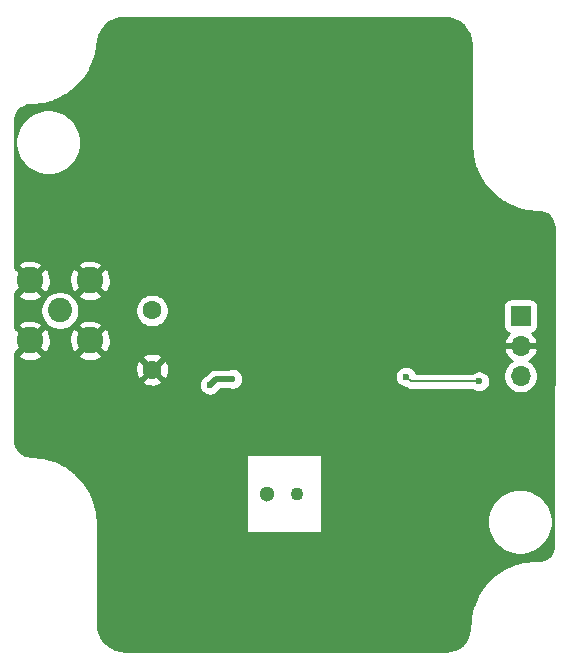
<source format=gbr>
G04 #@! TF.GenerationSoftware,KiCad,Pcbnew,5.1.6*
G04 #@! TF.CreationDate,2020-09-30T00:16:54+02:00*
G04 #@! TF.ProjectId,SFH203_photodetector,53464832-3033-45f7-9068-6f746f646574,1.4*
G04 #@! TF.SameCoordinates,Original*
G04 #@! TF.FileFunction,Copper,L2,Bot*
G04 #@! TF.FilePolarity,Positive*
%FSLAX46Y46*%
G04 Gerber Fmt 4.6, Leading zero omitted, Abs format (unit mm)*
G04 Created by KiCad (PCBNEW 5.1.6) date 2020-09-30 00:16:54*
%MOMM*%
%LPD*%
G01*
G04 APERTURE LIST*
G04 #@! TA.AperFunction,ComponentPad*
%ADD10C,1.300000*%
G04 #@! TD*
G04 #@! TA.AperFunction,ComponentPad*
%ADD11C,1.100000*%
G04 #@! TD*
G04 #@! TA.AperFunction,ComponentPad*
%ADD12C,1.600000*%
G04 #@! TD*
G04 #@! TA.AperFunction,ComponentPad*
%ADD13R,1.700000X1.700000*%
G04 #@! TD*
G04 #@! TA.AperFunction,ComponentPad*
%ADD14O,1.700000X1.700000*%
G04 #@! TD*
G04 #@! TA.AperFunction,ComponentPad*
%ADD15C,2.050000*%
G04 #@! TD*
G04 #@! TA.AperFunction,ComponentPad*
%ADD16C,2.250000*%
G04 #@! TD*
G04 #@! TA.AperFunction,ViaPad*
%ADD17C,0.600000*%
G04 #@! TD*
G04 #@! TA.AperFunction,Conductor*
%ADD18C,0.500000*%
G04 #@! TD*
G04 #@! TA.AperFunction,Conductor*
%ADD19C,0.200000*%
G04 #@! TD*
G04 #@! TA.AperFunction,Conductor*
%ADD20C,0.254000*%
G04 #@! TD*
G04 APERTURE END LIST*
D10*
X129790000Y-79250000D03*
D11*
X132350000Y-79250000D03*
D12*
X120050000Y-63750000D03*
X120050000Y-68750000D03*
D13*
X151250000Y-64210000D03*
D14*
X151250000Y-66750000D03*
X151250000Y-69290000D03*
D15*
X112250000Y-63750000D03*
D16*
X114790000Y-66290000D03*
X114790000Y-61210000D03*
X109710000Y-61210000D03*
X109710000Y-66290000D03*
D17*
X144050000Y-66350000D03*
X141550000Y-59150000D03*
X144550000Y-59150000D03*
X142650000Y-74450000D03*
X148150000Y-74550000D03*
X124050000Y-72650000D03*
X134915000Y-72515000D03*
X136850000Y-69950000D03*
X123350000Y-65450000D03*
X126850000Y-69550000D03*
X124950000Y-70050000D03*
X147750000Y-69750000D03*
X141550000Y-69349982D03*
D18*
X125450000Y-69550000D02*
X124950000Y-70050000D01*
X126850000Y-69550000D02*
X125450000Y-69550000D01*
D19*
X147750000Y-69750000D02*
X141950018Y-69750000D01*
X141950018Y-69750000D02*
X141550000Y-69349982D01*
D20*
G36*
X145195701Y-38999069D02*
G01*
X145624415Y-39128505D01*
X146019831Y-39338751D01*
X146366878Y-39621796D01*
X146652337Y-39966857D01*
X146865338Y-40360794D01*
X146997767Y-40788601D01*
X147048000Y-41266536D01*
X147048001Y-49734480D01*
X147050519Y-49760043D01*
X147103523Y-50481828D01*
X147106201Y-50498183D01*
X147106722Y-50514751D01*
X147121034Y-50594294D01*
X147328554Y-51458676D01*
X147335599Y-51479609D01*
X147340191Y-51501214D01*
X147368363Y-51576965D01*
X147725672Y-52390935D01*
X147736310Y-52410284D01*
X147744657Y-52430740D01*
X147785798Y-52500305D01*
X148281601Y-53238139D01*
X148295501Y-53255304D01*
X148307336Y-53273953D01*
X148360146Y-53335133D01*
X148978773Y-53973506D01*
X148995490Y-53987936D01*
X149010442Y-54004196D01*
X149073251Y-54055058D01*
X149795147Y-54573793D01*
X149814157Y-54585035D01*
X149831751Y-54598390D01*
X149902574Y-54637325D01*
X150704921Y-55020025D01*
X150725624Y-55027724D01*
X150745302Y-55037751D01*
X150821901Y-55063529D01*
X151679337Y-55298097D01*
X151701068Y-55302007D01*
X151722219Y-55308393D01*
X151802172Y-55320199D01*
X152687596Y-55399221D01*
X152712795Y-55399221D01*
X153001952Y-55427573D01*
X153244299Y-55500741D01*
X153467820Y-55619591D01*
X153664006Y-55779595D01*
X153825369Y-55974651D01*
X153945776Y-56197339D01*
X154020638Y-56439179D01*
X154049658Y-56715284D01*
X154048754Y-56757373D01*
X154048065Y-56764239D01*
X153999061Y-83615029D01*
X153971914Y-83891892D01*
X153901671Y-84124550D01*
X153787572Y-84339140D01*
X153633969Y-84527476D01*
X153446703Y-84682396D01*
X153232917Y-84797988D01*
X152997601Y-84870831D01*
X152767556Y-84897181D01*
X152520712Y-84892053D01*
X152519477Y-84892137D01*
X152518245Y-84892006D01*
X152437491Y-84895266D01*
X151560539Y-84981426D01*
X151538840Y-84985530D01*
X151516808Y-84987114D01*
X151437907Y-85004622D01*
X150590071Y-85244715D01*
X150569434Y-85252600D01*
X150548036Y-85258059D01*
X150473483Y-85289262D01*
X149681564Y-85675700D01*
X149662656Y-85687111D01*
X149642558Y-85696275D01*
X149574709Y-85740188D01*
X148863738Y-86260754D01*
X148847149Y-86275334D01*
X148828991Y-86287912D01*
X148769990Y-86343146D01*
X148162439Y-86981388D01*
X148148696Y-86998673D01*
X148133051Y-87014269D01*
X148084764Y-87079078D01*
X147599839Y-87814821D01*
X147589373Y-87834268D01*
X147576738Y-87852387D01*
X147540691Y-87924722D01*
X147193718Y-88734711D01*
X147186863Y-88755698D01*
X147177634Y-88775773D01*
X147154966Y-88853349D01*
X146956913Y-89711978D01*
X146953882Y-89733853D01*
X146948355Y-89755241D01*
X146939783Y-89835605D01*
X146898406Y-90685048D01*
X146843040Y-91089134D01*
X146722643Y-91438755D01*
X146536633Y-91758330D01*
X146292092Y-92035688D01*
X145998335Y-92260268D01*
X145666556Y-92423510D01*
X145304001Y-92520644D01*
X144971201Y-92548000D01*
X117784337Y-92548000D01*
X117304299Y-92500931D01*
X116875584Y-92371495D01*
X116480169Y-92161249D01*
X116133122Y-91878204D01*
X115847664Y-91533145D01*
X115634661Y-91139204D01*
X115502233Y-90711399D01*
X115452000Y-90233463D01*
X115452000Y-81715520D01*
X115449478Y-81689917D01*
X115396477Y-80968172D01*
X115393799Y-80951817D01*
X115393278Y-80935249D01*
X115378966Y-80855707D01*
X115171446Y-79991324D01*
X115164401Y-79970391D01*
X115159809Y-79948786D01*
X115131637Y-79873035D01*
X114774328Y-79059064D01*
X114763689Y-79039712D01*
X114755343Y-79019260D01*
X114714202Y-78949695D01*
X114218399Y-78211861D01*
X114204499Y-78194696D01*
X114192664Y-78176047D01*
X114139855Y-78114867D01*
X113521227Y-77476494D01*
X113504510Y-77462064D01*
X113489558Y-77445804D01*
X113426749Y-77394942D01*
X112704853Y-76876207D01*
X112685843Y-76864965D01*
X112668249Y-76851610D01*
X112597426Y-76812675D01*
X111795079Y-76429975D01*
X111774373Y-76422275D01*
X111754697Y-76412249D01*
X111678099Y-76386471D01*
X110820663Y-76151903D01*
X110798932Y-76147993D01*
X110777781Y-76141607D01*
X110697828Y-76129801D01*
X109815484Y-76051054D01*
X109804735Y-76050000D01*
X128023000Y-76050000D01*
X128023000Y-82450000D01*
X128025440Y-82474776D01*
X128032667Y-82498601D01*
X128044403Y-82520557D01*
X128060197Y-82539803D01*
X128079443Y-82555597D01*
X128101399Y-82567333D01*
X128125224Y-82574560D01*
X128150000Y-82577000D01*
X134350000Y-82577000D01*
X134374776Y-82574560D01*
X134398601Y-82567333D01*
X134420557Y-82555597D01*
X134439803Y-82539803D01*
X134455597Y-82520557D01*
X134467333Y-82498601D01*
X134474560Y-82474776D01*
X134477000Y-82450000D01*
X134477000Y-81376489D01*
X148423000Y-81376489D01*
X148423000Y-81923511D01*
X148529718Y-82460021D01*
X148739054Y-82965403D01*
X149042963Y-83420234D01*
X149429766Y-83807037D01*
X149884597Y-84110946D01*
X150389979Y-84320282D01*
X150926489Y-84427000D01*
X151473511Y-84427000D01*
X152010021Y-84320282D01*
X152515403Y-84110946D01*
X152970234Y-83807037D01*
X153357037Y-83420234D01*
X153660946Y-82965403D01*
X153870282Y-82460021D01*
X153977000Y-81923511D01*
X153977000Y-81376489D01*
X153870282Y-80839979D01*
X153660946Y-80334597D01*
X153357037Y-79879766D01*
X152970234Y-79492963D01*
X152515403Y-79189054D01*
X152010021Y-78979718D01*
X151473511Y-78873000D01*
X150926489Y-78873000D01*
X150389979Y-78979718D01*
X149884597Y-79189054D01*
X149429766Y-79492963D01*
X149042963Y-79879766D01*
X148739054Y-80334597D01*
X148529718Y-80839979D01*
X148423000Y-81376489D01*
X134477000Y-81376489D01*
X134477000Y-76050000D01*
X134474560Y-76025224D01*
X134467333Y-76001399D01*
X134455597Y-75979443D01*
X134439803Y-75960197D01*
X134420557Y-75944403D01*
X134398601Y-75932667D01*
X134374776Y-75925440D01*
X134350000Y-75923000D01*
X128150000Y-75923000D01*
X128125224Y-75925440D01*
X128101399Y-75932667D01*
X128079443Y-75944403D01*
X128060197Y-75960197D01*
X128044403Y-75979443D01*
X128032667Y-76001399D01*
X128025440Y-76025224D01*
X128023000Y-76050000D01*
X109804735Y-76050000D01*
X109498536Y-76019977D01*
X109256654Y-75946949D01*
X109033562Y-75828328D01*
X108837756Y-75668632D01*
X108676701Y-75473950D01*
X108556524Y-75251686D01*
X108481809Y-75010323D01*
X108452000Y-74726710D01*
X108452000Y-69742702D01*
X119236903Y-69742702D01*
X119308486Y-69986671D01*
X119563996Y-70107571D01*
X119838184Y-70176300D01*
X120120512Y-70190217D01*
X120400130Y-70148787D01*
X120666292Y-70053603D01*
X120791514Y-69986671D01*
X120799721Y-69958699D01*
X124023000Y-69958699D01*
X124023000Y-70141301D01*
X124058624Y-70320396D01*
X124128504Y-70489099D01*
X124229952Y-70640928D01*
X124359072Y-70770048D01*
X124510901Y-70871496D01*
X124679604Y-70941376D01*
X124858699Y-70977000D01*
X125041301Y-70977000D01*
X125220396Y-70941376D01*
X125389099Y-70871496D01*
X125540928Y-70770048D01*
X125670048Y-70640928D01*
X125771496Y-70489099D01*
X125785872Y-70454393D01*
X125813265Y-70427000D01*
X126544898Y-70427000D01*
X126579604Y-70441376D01*
X126758699Y-70477000D01*
X126941301Y-70477000D01*
X127120396Y-70441376D01*
X127289099Y-70371496D01*
X127440928Y-70270048D01*
X127570048Y-70140928D01*
X127671496Y-69989099D01*
X127741376Y-69820396D01*
X127777000Y-69641301D01*
X127777000Y-69458699D01*
X127741376Y-69279604D01*
X127732710Y-69258681D01*
X140623000Y-69258681D01*
X140623000Y-69441283D01*
X140658624Y-69620378D01*
X140728504Y-69789081D01*
X140829952Y-69940910D01*
X140959072Y-70070030D01*
X141110901Y-70171478D01*
X141279604Y-70241358D01*
X141442163Y-70273693D01*
X141544165Y-70357403D01*
X141650630Y-70414310D01*
X141670461Y-70424910D01*
X141807500Y-70466480D01*
X141950018Y-70480517D01*
X141985726Y-70477000D01*
X147169476Y-70477000D01*
X147310901Y-70571496D01*
X147479604Y-70641376D01*
X147658699Y-70677000D01*
X147841301Y-70677000D01*
X148020396Y-70641376D01*
X148189099Y-70571496D01*
X148340928Y-70470048D01*
X148470048Y-70340928D01*
X148571496Y-70189099D01*
X148641376Y-70020396D01*
X148677000Y-69841301D01*
X148677000Y-69658699D01*
X148641376Y-69479604D01*
X148571496Y-69310901D01*
X148470048Y-69159072D01*
X148455504Y-69144528D01*
X149773000Y-69144528D01*
X149773000Y-69435472D01*
X149829760Y-69720825D01*
X149941099Y-69989622D01*
X150102739Y-70231533D01*
X150308467Y-70437261D01*
X150550378Y-70598901D01*
X150819175Y-70710240D01*
X151104528Y-70767000D01*
X151395472Y-70767000D01*
X151680825Y-70710240D01*
X151949622Y-70598901D01*
X152191533Y-70437261D01*
X152397261Y-70231533D01*
X152558901Y-69989622D01*
X152670240Y-69720825D01*
X152727000Y-69435472D01*
X152727000Y-69144528D01*
X152670240Y-68859175D01*
X152558901Y-68590378D01*
X152397261Y-68348467D01*
X152191533Y-68142739D01*
X152006853Y-68019340D01*
X152131355Y-67945178D01*
X152347588Y-67750269D01*
X152521641Y-67516920D01*
X152646825Y-67254099D01*
X152691476Y-67106890D01*
X152570155Y-66877000D01*
X151377000Y-66877000D01*
X151377000Y-66897000D01*
X151123000Y-66897000D01*
X151123000Y-66877000D01*
X149929845Y-66877000D01*
X149808524Y-67106890D01*
X149853175Y-67254099D01*
X149978359Y-67516920D01*
X150152412Y-67750269D01*
X150368645Y-67945178D01*
X150493147Y-68019340D01*
X150308467Y-68142739D01*
X150102739Y-68348467D01*
X149941099Y-68590378D01*
X149829760Y-68859175D01*
X149773000Y-69144528D01*
X148455504Y-69144528D01*
X148340928Y-69029952D01*
X148189099Y-68928504D01*
X148020396Y-68858624D01*
X147841301Y-68823000D01*
X147658699Y-68823000D01*
X147479604Y-68858624D01*
X147310901Y-68928504D01*
X147169476Y-69023000D01*
X142417937Y-69023000D01*
X142371496Y-68910883D01*
X142270048Y-68759054D01*
X142140928Y-68629934D01*
X141989099Y-68528486D01*
X141820396Y-68458606D01*
X141641301Y-68422982D01*
X141458699Y-68422982D01*
X141279604Y-68458606D01*
X141110901Y-68528486D01*
X140959072Y-68629934D01*
X140829952Y-68759054D01*
X140728504Y-68910883D01*
X140658624Y-69079586D01*
X140623000Y-69258681D01*
X127732710Y-69258681D01*
X127671496Y-69110901D01*
X127570048Y-68959072D01*
X127440928Y-68829952D01*
X127289099Y-68728504D01*
X127120396Y-68658624D01*
X126941301Y-68623000D01*
X126758699Y-68623000D01*
X126579604Y-68658624D01*
X126544898Y-68673000D01*
X125493079Y-68673000D01*
X125450000Y-68668757D01*
X125278077Y-68685690D01*
X125136940Y-68728504D01*
X125112763Y-68735838D01*
X124960408Y-68817273D01*
X124826867Y-68926867D01*
X124799403Y-68960332D01*
X124545607Y-69214128D01*
X124510901Y-69228504D01*
X124359072Y-69329952D01*
X124229952Y-69459072D01*
X124128504Y-69610901D01*
X124058624Y-69779604D01*
X124023000Y-69958699D01*
X120799721Y-69958699D01*
X120863097Y-69742702D01*
X120050000Y-68929605D01*
X119236903Y-69742702D01*
X108452000Y-69742702D01*
X108452000Y-68820512D01*
X118609783Y-68820512D01*
X118651213Y-69100130D01*
X118746397Y-69366292D01*
X118813329Y-69491514D01*
X119057298Y-69563097D01*
X119870395Y-68750000D01*
X120229605Y-68750000D01*
X121042702Y-69563097D01*
X121286671Y-69491514D01*
X121407571Y-69236004D01*
X121476300Y-68961816D01*
X121490217Y-68679488D01*
X121448787Y-68399870D01*
X121353603Y-68133708D01*
X121286671Y-68008486D01*
X121042702Y-67936903D01*
X120229605Y-68750000D01*
X119870395Y-68750000D01*
X119057298Y-67936903D01*
X118813329Y-68008486D01*
X118692429Y-68263996D01*
X118623700Y-68538184D01*
X118609783Y-68820512D01*
X108452000Y-68820512D01*
X108452000Y-67514531D01*
X108665074Y-67514531D01*
X108775921Y-67791714D01*
X109086840Y-67945089D01*
X109421705Y-68034860D01*
X109767650Y-68057576D01*
X110111380Y-68012366D01*
X110439685Y-67900966D01*
X110644079Y-67791714D01*
X110754926Y-67514531D01*
X113745074Y-67514531D01*
X113855921Y-67791714D01*
X114166840Y-67945089D01*
X114501705Y-68034860D01*
X114847650Y-68057576D01*
X115191380Y-68012366D01*
X115519685Y-67900966D01*
X115724079Y-67791714D01*
X115737842Y-67757298D01*
X119236903Y-67757298D01*
X120050000Y-68570395D01*
X120863097Y-67757298D01*
X120791514Y-67513329D01*
X120536004Y-67392429D01*
X120261816Y-67323700D01*
X119979488Y-67309783D01*
X119699870Y-67351213D01*
X119433708Y-67446397D01*
X119308486Y-67513329D01*
X119236903Y-67757298D01*
X115737842Y-67757298D01*
X115834926Y-67514531D01*
X114790000Y-66469605D01*
X113745074Y-67514531D01*
X110754926Y-67514531D01*
X109710000Y-66469605D01*
X108665074Y-67514531D01*
X108452000Y-67514531D01*
X108452000Y-67321542D01*
X108485469Y-67334926D01*
X109530395Y-66290000D01*
X109889605Y-66290000D01*
X110934531Y-67334926D01*
X111211714Y-67224079D01*
X111365089Y-66913160D01*
X111454860Y-66578295D01*
X111470004Y-66347650D01*
X113022424Y-66347650D01*
X113067634Y-66691380D01*
X113179034Y-67019685D01*
X113288286Y-67224079D01*
X113565469Y-67334926D01*
X114610395Y-66290000D01*
X114969605Y-66290000D01*
X116014531Y-67334926D01*
X116291714Y-67224079D01*
X116445089Y-66913160D01*
X116534860Y-66578295D01*
X116557576Y-66232350D01*
X116512366Y-65888620D01*
X116400966Y-65560315D01*
X116291714Y-65355921D01*
X116014531Y-65245074D01*
X114969605Y-66290000D01*
X114610395Y-66290000D01*
X113565469Y-65245074D01*
X113288286Y-65355921D01*
X113134911Y-65666840D01*
X113045140Y-66001705D01*
X113022424Y-66347650D01*
X111470004Y-66347650D01*
X111477576Y-66232350D01*
X111432366Y-65888620D01*
X111320966Y-65560315D01*
X111211714Y-65355921D01*
X110934531Y-65245074D01*
X109889605Y-66290000D01*
X109530395Y-66290000D01*
X108485469Y-65245074D01*
X108452000Y-65258458D01*
X108452000Y-65065469D01*
X108665074Y-65065469D01*
X109710000Y-66110395D01*
X110754926Y-65065469D01*
X110644079Y-64788286D01*
X110333160Y-64634911D01*
X109998295Y-64545140D01*
X109652350Y-64522424D01*
X109308620Y-64567634D01*
X108980315Y-64679034D01*
X108775921Y-64788286D01*
X108665074Y-65065469D01*
X108452000Y-65065469D01*
X108452000Y-63587292D01*
X110598000Y-63587292D01*
X110598000Y-63912708D01*
X110661486Y-64231871D01*
X110786017Y-64532515D01*
X110966808Y-64803088D01*
X111196912Y-65033192D01*
X111467485Y-65213983D01*
X111768129Y-65338514D01*
X112087292Y-65402000D01*
X112412708Y-65402000D01*
X112731871Y-65338514D01*
X113032515Y-65213983D01*
X113254782Y-65065469D01*
X113745074Y-65065469D01*
X114790000Y-66110395D01*
X115834926Y-65065469D01*
X115724079Y-64788286D01*
X115413160Y-64634911D01*
X115078295Y-64545140D01*
X114732350Y-64522424D01*
X114388620Y-64567634D01*
X114060315Y-64679034D01*
X113855921Y-64788286D01*
X113745074Y-65065469D01*
X113254782Y-65065469D01*
X113303088Y-65033192D01*
X113533192Y-64803088D01*
X113713983Y-64532515D01*
X113838514Y-64231871D01*
X113902000Y-63912708D01*
X113902000Y-63609453D01*
X118623000Y-63609453D01*
X118623000Y-63890547D01*
X118677838Y-64166241D01*
X118785409Y-64425938D01*
X118941576Y-64659660D01*
X119140340Y-64858424D01*
X119374062Y-65014591D01*
X119633759Y-65122162D01*
X119909453Y-65177000D01*
X120190547Y-65177000D01*
X120466241Y-65122162D01*
X120725938Y-65014591D01*
X120959660Y-64858424D01*
X121158424Y-64659660D01*
X121314591Y-64425938D01*
X121422162Y-64166241D01*
X121477000Y-63890547D01*
X121477000Y-63609453D01*
X121427382Y-63360000D01*
X149769967Y-63360000D01*
X149769967Y-65060000D01*
X149782073Y-65182913D01*
X149817925Y-65301103D01*
X149876147Y-65410028D01*
X149954499Y-65505501D01*
X150049972Y-65583853D01*
X150158897Y-65642075D01*
X150243406Y-65667710D01*
X150152412Y-65749731D01*
X149978359Y-65983080D01*
X149853175Y-66245901D01*
X149808524Y-66393110D01*
X149929845Y-66623000D01*
X151123000Y-66623000D01*
X151123000Y-66603000D01*
X151377000Y-66603000D01*
X151377000Y-66623000D01*
X152570155Y-66623000D01*
X152691476Y-66393110D01*
X152646825Y-66245901D01*
X152521641Y-65983080D01*
X152347588Y-65749731D01*
X152256594Y-65667710D01*
X152341103Y-65642075D01*
X152450028Y-65583853D01*
X152545501Y-65505501D01*
X152623853Y-65410028D01*
X152682075Y-65301103D01*
X152717927Y-65182913D01*
X152730033Y-65060000D01*
X152730033Y-63360000D01*
X152717927Y-63237087D01*
X152682075Y-63118897D01*
X152623853Y-63009972D01*
X152545501Y-62914499D01*
X152450028Y-62836147D01*
X152341103Y-62777925D01*
X152222913Y-62742073D01*
X152100000Y-62729967D01*
X150400000Y-62729967D01*
X150277087Y-62742073D01*
X150158897Y-62777925D01*
X150049972Y-62836147D01*
X149954499Y-62914499D01*
X149876147Y-63009972D01*
X149817925Y-63118897D01*
X149782073Y-63237087D01*
X149769967Y-63360000D01*
X121427382Y-63360000D01*
X121422162Y-63333759D01*
X121314591Y-63074062D01*
X121158424Y-62840340D01*
X120959660Y-62641576D01*
X120725938Y-62485409D01*
X120466241Y-62377838D01*
X120190547Y-62323000D01*
X119909453Y-62323000D01*
X119633759Y-62377838D01*
X119374062Y-62485409D01*
X119140340Y-62641576D01*
X118941576Y-62840340D01*
X118785409Y-63074062D01*
X118677838Y-63333759D01*
X118623000Y-63609453D01*
X113902000Y-63609453D01*
X113902000Y-63587292D01*
X113838514Y-63268129D01*
X113713983Y-62967485D01*
X113533192Y-62696912D01*
X113303088Y-62466808D01*
X113254783Y-62434531D01*
X113745074Y-62434531D01*
X113855921Y-62711714D01*
X114166840Y-62865089D01*
X114501705Y-62954860D01*
X114847650Y-62977576D01*
X115191380Y-62932366D01*
X115519685Y-62820966D01*
X115724079Y-62711714D01*
X115834926Y-62434531D01*
X114790000Y-61389605D01*
X113745074Y-62434531D01*
X113254783Y-62434531D01*
X113032515Y-62286017D01*
X112731871Y-62161486D01*
X112412708Y-62098000D01*
X112087292Y-62098000D01*
X111768129Y-62161486D01*
X111467485Y-62286017D01*
X111196912Y-62466808D01*
X110966808Y-62696912D01*
X110786017Y-62967485D01*
X110661486Y-63268129D01*
X110598000Y-63587292D01*
X108452000Y-63587292D01*
X108452000Y-62434531D01*
X108665074Y-62434531D01*
X108775921Y-62711714D01*
X109086840Y-62865089D01*
X109421705Y-62954860D01*
X109767650Y-62977576D01*
X110111380Y-62932366D01*
X110439685Y-62820966D01*
X110644079Y-62711714D01*
X110754926Y-62434531D01*
X109710000Y-61389605D01*
X108665074Y-62434531D01*
X108452000Y-62434531D01*
X108452000Y-62241542D01*
X108485469Y-62254926D01*
X109530395Y-61210000D01*
X109889605Y-61210000D01*
X110934531Y-62254926D01*
X111211714Y-62144079D01*
X111365089Y-61833160D01*
X111454860Y-61498295D01*
X111470004Y-61267650D01*
X113022424Y-61267650D01*
X113067634Y-61611380D01*
X113179034Y-61939685D01*
X113288286Y-62144079D01*
X113565469Y-62254926D01*
X114610395Y-61210000D01*
X114969605Y-61210000D01*
X116014531Y-62254926D01*
X116291714Y-62144079D01*
X116445089Y-61833160D01*
X116534860Y-61498295D01*
X116557576Y-61152350D01*
X116512366Y-60808620D01*
X116400966Y-60480315D01*
X116291714Y-60275921D01*
X116014531Y-60165074D01*
X114969605Y-61210000D01*
X114610395Y-61210000D01*
X113565469Y-60165074D01*
X113288286Y-60275921D01*
X113134911Y-60586840D01*
X113045140Y-60921705D01*
X113022424Y-61267650D01*
X111470004Y-61267650D01*
X111477576Y-61152350D01*
X111432366Y-60808620D01*
X111320966Y-60480315D01*
X111211714Y-60275921D01*
X110934531Y-60165074D01*
X109889605Y-61210000D01*
X109530395Y-61210000D01*
X108485469Y-60165074D01*
X108452000Y-60178458D01*
X108452000Y-59985469D01*
X108665074Y-59985469D01*
X109710000Y-61030395D01*
X110754926Y-59985469D01*
X113745074Y-59985469D01*
X114790000Y-61030395D01*
X115834926Y-59985469D01*
X115724079Y-59708286D01*
X115413160Y-59554911D01*
X115078295Y-59465140D01*
X114732350Y-59442424D01*
X114388620Y-59487634D01*
X114060315Y-59599034D01*
X113855921Y-59708286D01*
X113745074Y-59985469D01*
X110754926Y-59985469D01*
X110644079Y-59708286D01*
X110333160Y-59554911D01*
X109998295Y-59465140D01*
X109652350Y-59442424D01*
X109308620Y-59487634D01*
X108980315Y-59599034D01*
X108775921Y-59708286D01*
X108665074Y-59985469D01*
X108452000Y-59985469D01*
X108452000Y-49226489D01*
X108473000Y-49226489D01*
X108473000Y-49773511D01*
X108579718Y-50310021D01*
X108789054Y-50815403D01*
X109092963Y-51270234D01*
X109479766Y-51657037D01*
X109934597Y-51960946D01*
X110439979Y-52170282D01*
X110976489Y-52277000D01*
X111523511Y-52277000D01*
X112060021Y-52170282D01*
X112565403Y-51960946D01*
X113020234Y-51657037D01*
X113407037Y-51270234D01*
X113710946Y-50815403D01*
X113920282Y-50310021D01*
X114027000Y-49773511D01*
X114027000Y-49226489D01*
X113920282Y-48689979D01*
X113710946Y-48184597D01*
X113407037Y-47729766D01*
X113020234Y-47342963D01*
X112565403Y-47039054D01*
X112060021Y-46829718D01*
X111523511Y-46723000D01*
X110976489Y-46723000D01*
X110439979Y-46829718D01*
X109934597Y-47039054D01*
X109479766Y-47342963D01*
X109092963Y-47729766D01*
X108789054Y-48184597D01*
X108579718Y-48689979D01*
X108473000Y-49226489D01*
X108452000Y-49226489D01*
X108452000Y-47800389D01*
X108453158Y-47793190D01*
X108453694Y-47783404D01*
X108469050Y-47462269D01*
X108529908Y-47217041D01*
X108637239Y-46988305D01*
X108786956Y-46784771D01*
X108973359Y-46614189D01*
X109189337Y-46483067D01*
X109426672Y-46396391D01*
X109700501Y-46353694D01*
X109762848Y-46351919D01*
X109835833Y-46351334D01*
X109848238Y-46350127D01*
X109903817Y-46347487D01*
X110787859Y-46254272D01*
X110809532Y-46250012D01*
X110831550Y-46248272D01*
X110910324Y-46230203D01*
X111763886Y-45981911D01*
X111784461Y-45973881D01*
X111805824Y-45968269D01*
X111880154Y-45936536D01*
X112676258Y-45541015D01*
X112695085Y-45529469D01*
X112715118Y-45520162D01*
X112782653Y-45475767D01*
X113496135Y-44945519D01*
X113512619Y-44930822D01*
X113530687Y-44918115D01*
X113589293Y-44862462D01*
X114197600Y-44214248D01*
X114211217Y-44196870D01*
X114226754Y-44181159D01*
X114274578Y-44116007D01*
X114758483Y-43370315D01*
X114768809Y-43350796D01*
X114781316Y-43332586D01*
X114816848Y-43259995D01*
X115161054Y-42440396D01*
X115167761Y-42419355D01*
X115176845Y-42399219D01*
X115198960Y-42321484D01*
X115392587Y-41453885D01*
X115408836Y-41330140D01*
X115408099Y-41314617D01*
X115447738Y-40842142D01*
X115571598Y-40410072D01*
X115777017Y-40010296D01*
X116056177Y-39658031D01*
X116398440Y-39366699D01*
X116790771Y-39147394D01*
X117218229Y-39008469D01*
X117691493Y-38952000D01*
X144715662Y-38952000D01*
X145195701Y-38999069D01*
G37*
X145195701Y-38999069D02*
X145624415Y-39128505D01*
X146019831Y-39338751D01*
X146366878Y-39621796D01*
X146652337Y-39966857D01*
X146865338Y-40360794D01*
X146997767Y-40788601D01*
X147048000Y-41266536D01*
X147048001Y-49734480D01*
X147050519Y-49760043D01*
X147103523Y-50481828D01*
X147106201Y-50498183D01*
X147106722Y-50514751D01*
X147121034Y-50594294D01*
X147328554Y-51458676D01*
X147335599Y-51479609D01*
X147340191Y-51501214D01*
X147368363Y-51576965D01*
X147725672Y-52390935D01*
X147736310Y-52410284D01*
X147744657Y-52430740D01*
X147785798Y-52500305D01*
X148281601Y-53238139D01*
X148295501Y-53255304D01*
X148307336Y-53273953D01*
X148360146Y-53335133D01*
X148978773Y-53973506D01*
X148995490Y-53987936D01*
X149010442Y-54004196D01*
X149073251Y-54055058D01*
X149795147Y-54573793D01*
X149814157Y-54585035D01*
X149831751Y-54598390D01*
X149902574Y-54637325D01*
X150704921Y-55020025D01*
X150725624Y-55027724D01*
X150745302Y-55037751D01*
X150821901Y-55063529D01*
X151679337Y-55298097D01*
X151701068Y-55302007D01*
X151722219Y-55308393D01*
X151802172Y-55320199D01*
X152687596Y-55399221D01*
X152712795Y-55399221D01*
X153001952Y-55427573D01*
X153244299Y-55500741D01*
X153467820Y-55619591D01*
X153664006Y-55779595D01*
X153825369Y-55974651D01*
X153945776Y-56197339D01*
X154020638Y-56439179D01*
X154049658Y-56715284D01*
X154048754Y-56757373D01*
X154048065Y-56764239D01*
X153999061Y-83615029D01*
X153971914Y-83891892D01*
X153901671Y-84124550D01*
X153787572Y-84339140D01*
X153633969Y-84527476D01*
X153446703Y-84682396D01*
X153232917Y-84797988D01*
X152997601Y-84870831D01*
X152767556Y-84897181D01*
X152520712Y-84892053D01*
X152519477Y-84892137D01*
X152518245Y-84892006D01*
X152437491Y-84895266D01*
X151560539Y-84981426D01*
X151538840Y-84985530D01*
X151516808Y-84987114D01*
X151437907Y-85004622D01*
X150590071Y-85244715D01*
X150569434Y-85252600D01*
X150548036Y-85258059D01*
X150473483Y-85289262D01*
X149681564Y-85675700D01*
X149662656Y-85687111D01*
X149642558Y-85696275D01*
X149574709Y-85740188D01*
X148863738Y-86260754D01*
X148847149Y-86275334D01*
X148828991Y-86287912D01*
X148769990Y-86343146D01*
X148162439Y-86981388D01*
X148148696Y-86998673D01*
X148133051Y-87014269D01*
X148084764Y-87079078D01*
X147599839Y-87814821D01*
X147589373Y-87834268D01*
X147576738Y-87852387D01*
X147540691Y-87924722D01*
X147193718Y-88734711D01*
X147186863Y-88755698D01*
X147177634Y-88775773D01*
X147154966Y-88853349D01*
X146956913Y-89711978D01*
X146953882Y-89733853D01*
X146948355Y-89755241D01*
X146939783Y-89835605D01*
X146898406Y-90685048D01*
X146843040Y-91089134D01*
X146722643Y-91438755D01*
X146536633Y-91758330D01*
X146292092Y-92035688D01*
X145998335Y-92260268D01*
X145666556Y-92423510D01*
X145304001Y-92520644D01*
X144971201Y-92548000D01*
X117784337Y-92548000D01*
X117304299Y-92500931D01*
X116875584Y-92371495D01*
X116480169Y-92161249D01*
X116133122Y-91878204D01*
X115847664Y-91533145D01*
X115634661Y-91139204D01*
X115502233Y-90711399D01*
X115452000Y-90233463D01*
X115452000Y-81715520D01*
X115449478Y-81689917D01*
X115396477Y-80968172D01*
X115393799Y-80951817D01*
X115393278Y-80935249D01*
X115378966Y-80855707D01*
X115171446Y-79991324D01*
X115164401Y-79970391D01*
X115159809Y-79948786D01*
X115131637Y-79873035D01*
X114774328Y-79059064D01*
X114763689Y-79039712D01*
X114755343Y-79019260D01*
X114714202Y-78949695D01*
X114218399Y-78211861D01*
X114204499Y-78194696D01*
X114192664Y-78176047D01*
X114139855Y-78114867D01*
X113521227Y-77476494D01*
X113504510Y-77462064D01*
X113489558Y-77445804D01*
X113426749Y-77394942D01*
X112704853Y-76876207D01*
X112685843Y-76864965D01*
X112668249Y-76851610D01*
X112597426Y-76812675D01*
X111795079Y-76429975D01*
X111774373Y-76422275D01*
X111754697Y-76412249D01*
X111678099Y-76386471D01*
X110820663Y-76151903D01*
X110798932Y-76147993D01*
X110777781Y-76141607D01*
X110697828Y-76129801D01*
X109815484Y-76051054D01*
X109804735Y-76050000D01*
X128023000Y-76050000D01*
X128023000Y-82450000D01*
X128025440Y-82474776D01*
X128032667Y-82498601D01*
X128044403Y-82520557D01*
X128060197Y-82539803D01*
X128079443Y-82555597D01*
X128101399Y-82567333D01*
X128125224Y-82574560D01*
X128150000Y-82577000D01*
X134350000Y-82577000D01*
X134374776Y-82574560D01*
X134398601Y-82567333D01*
X134420557Y-82555597D01*
X134439803Y-82539803D01*
X134455597Y-82520557D01*
X134467333Y-82498601D01*
X134474560Y-82474776D01*
X134477000Y-82450000D01*
X134477000Y-81376489D01*
X148423000Y-81376489D01*
X148423000Y-81923511D01*
X148529718Y-82460021D01*
X148739054Y-82965403D01*
X149042963Y-83420234D01*
X149429766Y-83807037D01*
X149884597Y-84110946D01*
X150389979Y-84320282D01*
X150926489Y-84427000D01*
X151473511Y-84427000D01*
X152010021Y-84320282D01*
X152515403Y-84110946D01*
X152970234Y-83807037D01*
X153357037Y-83420234D01*
X153660946Y-82965403D01*
X153870282Y-82460021D01*
X153977000Y-81923511D01*
X153977000Y-81376489D01*
X153870282Y-80839979D01*
X153660946Y-80334597D01*
X153357037Y-79879766D01*
X152970234Y-79492963D01*
X152515403Y-79189054D01*
X152010021Y-78979718D01*
X151473511Y-78873000D01*
X150926489Y-78873000D01*
X150389979Y-78979718D01*
X149884597Y-79189054D01*
X149429766Y-79492963D01*
X149042963Y-79879766D01*
X148739054Y-80334597D01*
X148529718Y-80839979D01*
X148423000Y-81376489D01*
X134477000Y-81376489D01*
X134477000Y-76050000D01*
X134474560Y-76025224D01*
X134467333Y-76001399D01*
X134455597Y-75979443D01*
X134439803Y-75960197D01*
X134420557Y-75944403D01*
X134398601Y-75932667D01*
X134374776Y-75925440D01*
X134350000Y-75923000D01*
X128150000Y-75923000D01*
X128125224Y-75925440D01*
X128101399Y-75932667D01*
X128079443Y-75944403D01*
X128060197Y-75960197D01*
X128044403Y-75979443D01*
X128032667Y-76001399D01*
X128025440Y-76025224D01*
X128023000Y-76050000D01*
X109804735Y-76050000D01*
X109498536Y-76019977D01*
X109256654Y-75946949D01*
X109033562Y-75828328D01*
X108837756Y-75668632D01*
X108676701Y-75473950D01*
X108556524Y-75251686D01*
X108481809Y-75010323D01*
X108452000Y-74726710D01*
X108452000Y-69742702D01*
X119236903Y-69742702D01*
X119308486Y-69986671D01*
X119563996Y-70107571D01*
X119838184Y-70176300D01*
X120120512Y-70190217D01*
X120400130Y-70148787D01*
X120666292Y-70053603D01*
X120791514Y-69986671D01*
X120799721Y-69958699D01*
X124023000Y-69958699D01*
X124023000Y-70141301D01*
X124058624Y-70320396D01*
X124128504Y-70489099D01*
X124229952Y-70640928D01*
X124359072Y-70770048D01*
X124510901Y-70871496D01*
X124679604Y-70941376D01*
X124858699Y-70977000D01*
X125041301Y-70977000D01*
X125220396Y-70941376D01*
X125389099Y-70871496D01*
X125540928Y-70770048D01*
X125670048Y-70640928D01*
X125771496Y-70489099D01*
X125785872Y-70454393D01*
X125813265Y-70427000D01*
X126544898Y-70427000D01*
X126579604Y-70441376D01*
X126758699Y-70477000D01*
X126941301Y-70477000D01*
X127120396Y-70441376D01*
X127289099Y-70371496D01*
X127440928Y-70270048D01*
X127570048Y-70140928D01*
X127671496Y-69989099D01*
X127741376Y-69820396D01*
X127777000Y-69641301D01*
X127777000Y-69458699D01*
X127741376Y-69279604D01*
X127732710Y-69258681D01*
X140623000Y-69258681D01*
X140623000Y-69441283D01*
X140658624Y-69620378D01*
X140728504Y-69789081D01*
X140829952Y-69940910D01*
X140959072Y-70070030D01*
X141110901Y-70171478D01*
X141279604Y-70241358D01*
X141442163Y-70273693D01*
X141544165Y-70357403D01*
X141650630Y-70414310D01*
X141670461Y-70424910D01*
X141807500Y-70466480D01*
X141950018Y-70480517D01*
X141985726Y-70477000D01*
X147169476Y-70477000D01*
X147310901Y-70571496D01*
X147479604Y-70641376D01*
X147658699Y-70677000D01*
X147841301Y-70677000D01*
X148020396Y-70641376D01*
X148189099Y-70571496D01*
X148340928Y-70470048D01*
X148470048Y-70340928D01*
X148571496Y-70189099D01*
X148641376Y-70020396D01*
X148677000Y-69841301D01*
X148677000Y-69658699D01*
X148641376Y-69479604D01*
X148571496Y-69310901D01*
X148470048Y-69159072D01*
X148455504Y-69144528D01*
X149773000Y-69144528D01*
X149773000Y-69435472D01*
X149829760Y-69720825D01*
X149941099Y-69989622D01*
X150102739Y-70231533D01*
X150308467Y-70437261D01*
X150550378Y-70598901D01*
X150819175Y-70710240D01*
X151104528Y-70767000D01*
X151395472Y-70767000D01*
X151680825Y-70710240D01*
X151949622Y-70598901D01*
X152191533Y-70437261D01*
X152397261Y-70231533D01*
X152558901Y-69989622D01*
X152670240Y-69720825D01*
X152727000Y-69435472D01*
X152727000Y-69144528D01*
X152670240Y-68859175D01*
X152558901Y-68590378D01*
X152397261Y-68348467D01*
X152191533Y-68142739D01*
X152006853Y-68019340D01*
X152131355Y-67945178D01*
X152347588Y-67750269D01*
X152521641Y-67516920D01*
X152646825Y-67254099D01*
X152691476Y-67106890D01*
X152570155Y-66877000D01*
X151377000Y-66877000D01*
X151377000Y-66897000D01*
X151123000Y-66897000D01*
X151123000Y-66877000D01*
X149929845Y-66877000D01*
X149808524Y-67106890D01*
X149853175Y-67254099D01*
X149978359Y-67516920D01*
X150152412Y-67750269D01*
X150368645Y-67945178D01*
X150493147Y-68019340D01*
X150308467Y-68142739D01*
X150102739Y-68348467D01*
X149941099Y-68590378D01*
X149829760Y-68859175D01*
X149773000Y-69144528D01*
X148455504Y-69144528D01*
X148340928Y-69029952D01*
X148189099Y-68928504D01*
X148020396Y-68858624D01*
X147841301Y-68823000D01*
X147658699Y-68823000D01*
X147479604Y-68858624D01*
X147310901Y-68928504D01*
X147169476Y-69023000D01*
X142417937Y-69023000D01*
X142371496Y-68910883D01*
X142270048Y-68759054D01*
X142140928Y-68629934D01*
X141989099Y-68528486D01*
X141820396Y-68458606D01*
X141641301Y-68422982D01*
X141458699Y-68422982D01*
X141279604Y-68458606D01*
X141110901Y-68528486D01*
X140959072Y-68629934D01*
X140829952Y-68759054D01*
X140728504Y-68910883D01*
X140658624Y-69079586D01*
X140623000Y-69258681D01*
X127732710Y-69258681D01*
X127671496Y-69110901D01*
X127570048Y-68959072D01*
X127440928Y-68829952D01*
X127289099Y-68728504D01*
X127120396Y-68658624D01*
X126941301Y-68623000D01*
X126758699Y-68623000D01*
X126579604Y-68658624D01*
X126544898Y-68673000D01*
X125493079Y-68673000D01*
X125450000Y-68668757D01*
X125278077Y-68685690D01*
X125136940Y-68728504D01*
X125112763Y-68735838D01*
X124960408Y-68817273D01*
X124826867Y-68926867D01*
X124799403Y-68960332D01*
X124545607Y-69214128D01*
X124510901Y-69228504D01*
X124359072Y-69329952D01*
X124229952Y-69459072D01*
X124128504Y-69610901D01*
X124058624Y-69779604D01*
X124023000Y-69958699D01*
X120799721Y-69958699D01*
X120863097Y-69742702D01*
X120050000Y-68929605D01*
X119236903Y-69742702D01*
X108452000Y-69742702D01*
X108452000Y-68820512D01*
X118609783Y-68820512D01*
X118651213Y-69100130D01*
X118746397Y-69366292D01*
X118813329Y-69491514D01*
X119057298Y-69563097D01*
X119870395Y-68750000D01*
X120229605Y-68750000D01*
X121042702Y-69563097D01*
X121286671Y-69491514D01*
X121407571Y-69236004D01*
X121476300Y-68961816D01*
X121490217Y-68679488D01*
X121448787Y-68399870D01*
X121353603Y-68133708D01*
X121286671Y-68008486D01*
X121042702Y-67936903D01*
X120229605Y-68750000D01*
X119870395Y-68750000D01*
X119057298Y-67936903D01*
X118813329Y-68008486D01*
X118692429Y-68263996D01*
X118623700Y-68538184D01*
X118609783Y-68820512D01*
X108452000Y-68820512D01*
X108452000Y-67514531D01*
X108665074Y-67514531D01*
X108775921Y-67791714D01*
X109086840Y-67945089D01*
X109421705Y-68034860D01*
X109767650Y-68057576D01*
X110111380Y-68012366D01*
X110439685Y-67900966D01*
X110644079Y-67791714D01*
X110754926Y-67514531D01*
X113745074Y-67514531D01*
X113855921Y-67791714D01*
X114166840Y-67945089D01*
X114501705Y-68034860D01*
X114847650Y-68057576D01*
X115191380Y-68012366D01*
X115519685Y-67900966D01*
X115724079Y-67791714D01*
X115737842Y-67757298D01*
X119236903Y-67757298D01*
X120050000Y-68570395D01*
X120863097Y-67757298D01*
X120791514Y-67513329D01*
X120536004Y-67392429D01*
X120261816Y-67323700D01*
X119979488Y-67309783D01*
X119699870Y-67351213D01*
X119433708Y-67446397D01*
X119308486Y-67513329D01*
X119236903Y-67757298D01*
X115737842Y-67757298D01*
X115834926Y-67514531D01*
X114790000Y-66469605D01*
X113745074Y-67514531D01*
X110754926Y-67514531D01*
X109710000Y-66469605D01*
X108665074Y-67514531D01*
X108452000Y-67514531D01*
X108452000Y-67321542D01*
X108485469Y-67334926D01*
X109530395Y-66290000D01*
X109889605Y-66290000D01*
X110934531Y-67334926D01*
X111211714Y-67224079D01*
X111365089Y-66913160D01*
X111454860Y-66578295D01*
X111470004Y-66347650D01*
X113022424Y-66347650D01*
X113067634Y-66691380D01*
X113179034Y-67019685D01*
X113288286Y-67224079D01*
X113565469Y-67334926D01*
X114610395Y-66290000D01*
X114969605Y-66290000D01*
X116014531Y-67334926D01*
X116291714Y-67224079D01*
X116445089Y-66913160D01*
X116534860Y-66578295D01*
X116557576Y-66232350D01*
X116512366Y-65888620D01*
X116400966Y-65560315D01*
X116291714Y-65355921D01*
X116014531Y-65245074D01*
X114969605Y-66290000D01*
X114610395Y-66290000D01*
X113565469Y-65245074D01*
X113288286Y-65355921D01*
X113134911Y-65666840D01*
X113045140Y-66001705D01*
X113022424Y-66347650D01*
X111470004Y-66347650D01*
X111477576Y-66232350D01*
X111432366Y-65888620D01*
X111320966Y-65560315D01*
X111211714Y-65355921D01*
X110934531Y-65245074D01*
X109889605Y-66290000D01*
X109530395Y-66290000D01*
X108485469Y-65245074D01*
X108452000Y-65258458D01*
X108452000Y-65065469D01*
X108665074Y-65065469D01*
X109710000Y-66110395D01*
X110754926Y-65065469D01*
X110644079Y-64788286D01*
X110333160Y-64634911D01*
X109998295Y-64545140D01*
X109652350Y-64522424D01*
X109308620Y-64567634D01*
X108980315Y-64679034D01*
X108775921Y-64788286D01*
X108665074Y-65065469D01*
X108452000Y-65065469D01*
X108452000Y-63587292D01*
X110598000Y-63587292D01*
X110598000Y-63912708D01*
X110661486Y-64231871D01*
X110786017Y-64532515D01*
X110966808Y-64803088D01*
X111196912Y-65033192D01*
X111467485Y-65213983D01*
X111768129Y-65338514D01*
X112087292Y-65402000D01*
X112412708Y-65402000D01*
X112731871Y-65338514D01*
X113032515Y-65213983D01*
X113254782Y-65065469D01*
X113745074Y-65065469D01*
X114790000Y-66110395D01*
X115834926Y-65065469D01*
X115724079Y-64788286D01*
X115413160Y-64634911D01*
X115078295Y-64545140D01*
X114732350Y-64522424D01*
X114388620Y-64567634D01*
X114060315Y-64679034D01*
X113855921Y-64788286D01*
X113745074Y-65065469D01*
X113254782Y-65065469D01*
X113303088Y-65033192D01*
X113533192Y-64803088D01*
X113713983Y-64532515D01*
X113838514Y-64231871D01*
X113902000Y-63912708D01*
X113902000Y-63609453D01*
X118623000Y-63609453D01*
X118623000Y-63890547D01*
X118677838Y-64166241D01*
X118785409Y-64425938D01*
X118941576Y-64659660D01*
X119140340Y-64858424D01*
X119374062Y-65014591D01*
X119633759Y-65122162D01*
X119909453Y-65177000D01*
X120190547Y-65177000D01*
X120466241Y-65122162D01*
X120725938Y-65014591D01*
X120959660Y-64858424D01*
X121158424Y-64659660D01*
X121314591Y-64425938D01*
X121422162Y-64166241D01*
X121477000Y-63890547D01*
X121477000Y-63609453D01*
X121427382Y-63360000D01*
X149769967Y-63360000D01*
X149769967Y-65060000D01*
X149782073Y-65182913D01*
X149817925Y-65301103D01*
X149876147Y-65410028D01*
X149954499Y-65505501D01*
X150049972Y-65583853D01*
X150158897Y-65642075D01*
X150243406Y-65667710D01*
X150152412Y-65749731D01*
X149978359Y-65983080D01*
X149853175Y-66245901D01*
X149808524Y-66393110D01*
X149929845Y-66623000D01*
X151123000Y-66623000D01*
X151123000Y-66603000D01*
X151377000Y-66603000D01*
X151377000Y-66623000D01*
X152570155Y-66623000D01*
X152691476Y-66393110D01*
X152646825Y-66245901D01*
X152521641Y-65983080D01*
X152347588Y-65749731D01*
X152256594Y-65667710D01*
X152341103Y-65642075D01*
X152450028Y-65583853D01*
X152545501Y-65505501D01*
X152623853Y-65410028D01*
X152682075Y-65301103D01*
X152717927Y-65182913D01*
X152730033Y-65060000D01*
X152730033Y-63360000D01*
X152717927Y-63237087D01*
X152682075Y-63118897D01*
X152623853Y-63009972D01*
X152545501Y-62914499D01*
X152450028Y-62836147D01*
X152341103Y-62777925D01*
X152222913Y-62742073D01*
X152100000Y-62729967D01*
X150400000Y-62729967D01*
X150277087Y-62742073D01*
X150158897Y-62777925D01*
X150049972Y-62836147D01*
X149954499Y-62914499D01*
X149876147Y-63009972D01*
X149817925Y-63118897D01*
X149782073Y-63237087D01*
X149769967Y-63360000D01*
X121427382Y-63360000D01*
X121422162Y-63333759D01*
X121314591Y-63074062D01*
X121158424Y-62840340D01*
X120959660Y-62641576D01*
X120725938Y-62485409D01*
X120466241Y-62377838D01*
X120190547Y-62323000D01*
X119909453Y-62323000D01*
X119633759Y-62377838D01*
X119374062Y-62485409D01*
X119140340Y-62641576D01*
X118941576Y-62840340D01*
X118785409Y-63074062D01*
X118677838Y-63333759D01*
X118623000Y-63609453D01*
X113902000Y-63609453D01*
X113902000Y-63587292D01*
X113838514Y-63268129D01*
X113713983Y-62967485D01*
X113533192Y-62696912D01*
X113303088Y-62466808D01*
X113254783Y-62434531D01*
X113745074Y-62434531D01*
X113855921Y-62711714D01*
X114166840Y-62865089D01*
X114501705Y-62954860D01*
X114847650Y-62977576D01*
X115191380Y-62932366D01*
X115519685Y-62820966D01*
X115724079Y-62711714D01*
X115834926Y-62434531D01*
X114790000Y-61389605D01*
X113745074Y-62434531D01*
X113254783Y-62434531D01*
X113032515Y-62286017D01*
X112731871Y-62161486D01*
X112412708Y-62098000D01*
X112087292Y-62098000D01*
X111768129Y-62161486D01*
X111467485Y-62286017D01*
X111196912Y-62466808D01*
X110966808Y-62696912D01*
X110786017Y-62967485D01*
X110661486Y-63268129D01*
X110598000Y-63587292D01*
X108452000Y-63587292D01*
X108452000Y-62434531D01*
X108665074Y-62434531D01*
X108775921Y-62711714D01*
X109086840Y-62865089D01*
X109421705Y-62954860D01*
X109767650Y-62977576D01*
X110111380Y-62932366D01*
X110439685Y-62820966D01*
X110644079Y-62711714D01*
X110754926Y-62434531D01*
X109710000Y-61389605D01*
X108665074Y-62434531D01*
X108452000Y-62434531D01*
X108452000Y-62241542D01*
X108485469Y-62254926D01*
X109530395Y-61210000D01*
X109889605Y-61210000D01*
X110934531Y-62254926D01*
X111211714Y-62144079D01*
X111365089Y-61833160D01*
X111454860Y-61498295D01*
X111470004Y-61267650D01*
X113022424Y-61267650D01*
X113067634Y-61611380D01*
X113179034Y-61939685D01*
X113288286Y-62144079D01*
X113565469Y-62254926D01*
X114610395Y-61210000D01*
X114969605Y-61210000D01*
X116014531Y-62254926D01*
X116291714Y-62144079D01*
X116445089Y-61833160D01*
X116534860Y-61498295D01*
X116557576Y-61152350D01*
X116512366Y-60808620D01*
X116400966Y-60480315D01*
X116291714Y-60275921D01*
X116014531Y-60165074D01*
X114969605Y-61210000D01*
X114610395Y-61210000D01*
X113565469Y-60165074D01*
X113288286Y-60275921D01*
X113134911Y-60586840D01*
X113045140Y-60921705D01*
X113022424Y-61267650D01*
X111470004Y-61267650D01*
X111477576Y-61152350D01*
X111432366Y-60808620D01*
X111320966Y-60480315D01*
X111211714Y-60275921D01*
X110934531Y-60165074D01*
X109889605Y-61210000D01*
X109530395Y-61210000D01*
X108485469Y-60165074D01*
X108452000Y-60178458D01*
X108452000Y-59985469D01*
X108665074Y-59985469D01*
X109710000Y-61030395D01*
X110754926Y-59985469D01*
X113745074Y-59985469D01*
X114790000Y-61030395D01*
X115834926Y-59985469D01*
X115724079Y-59708286D01*
X115413160Y-59554911D01*
X115078295Y-59465140D01*
X114732350Y-59442424D01*
X114388620Y-59487634D01*
X114060315Y-59599034D01*
X113855921Y-59708286D01*
X113745074Y-59985469D01*
X110754926Y-59985469D01*
X110644079Y-59708286D01*
X110333160Y-59554911D01*
X109998295Y-59465140D01*
X109652350Y-59442424D01*
X109308620Y-59487634D01*
X108980315Y-59599034D01*
X108775921Y-59708286D01*
X108665074Y-59985469D01*
X108452000Y-59985469D01*
X108452000Y-49226489D01*
X108473000Y-49226489D01*
X108473000Y-49773511D01*
X108579718Y-50310021D01*
X108789054Y-50815403D01*
X109092963Y-51270234D01*
X109479766Y-51657037D01*
X109934597Y-51960946D01*
X110439979Y-52170282D01*
X110976489Y-52277000D01*
X111523511Y-52277000D01*
X112060021Y-52170282D01*
X112565403Y-51960946D01*
X113020234Y-51657037D01*
X113407037Y-51270234D01*
X113710946Y-50815403D01*
X113920282Y-50310021D01*
X114027000Y-49773511D01*
X114027000Y-49226489D01*
X113920282Y-48689979D01*
X113710946Y-48184597D01*
X113407037Y-47729766D01*
X113020234Y-47342963D01*
X112565403Y-47039054D01*
X112060021Y-46829718D01*
X111523511Y-46723000D01*
X110976489Y-46723000D01*
X110439979Y-46829718D01*
X109934597Y-47039054D01*
X109479766Y-47342963D01*
X109092963Y-47729766D01*
X108789054Y-48184597D01*
X108579718Y-48689979D01*
X108473000Y-49226489D01*
X108452000Y-49226489D01*
X108452000Y-47800389D01*
X108453158Y-47793190D01*
X108453694Y-47783404D01*
X108469050Y-47462269D01*
X108529908Y-47217041D01*
X108637239Y-46988305D01*
X108786956Y-46784771D01*
X108973359Y-46614189D01*
X109189337Y-46483067D01*
X109426672Y-46396391D01*
X109700501Y-46353694D01*
X109762848Y-46351919D01*
X109835833Y-46351334D01*
X109848238Y-46350127D01*
X109903817Y-46347487D01*
X110787859Y-46254272D01*
X110809532Y-46250012D01*
X110831550Y-46248272D01*
X110910324Y-46230203D01*
X111763886Y-45981911D01*
X111784461Y-45973881D01*
X111805824Y-45968269D01*
X111880154Y-45936536D01*
X112676258Y-45541015D01*
X112695085Y-45529469D01*
X112715118Y-45520162D01*
X112782653Y-45475767D01*
X113496135Y-44945519D01*
X113512619Y-44930822D01*
X113530687Y-44918115D01*
X113589293Y-44862462D01*
X114197600Y-44214248D01*
X114211217Y-44196870D01*
X114226754Y-44181159D01*
X114274578Y-44116007D01*
X114758483Y-43370315D01*
X114768809Y-43350796D01*
X114781316Y-43332586D01*
X114816848Y-43259995D01*
X115161054Y-42440396D01*
X115167761Y-42419355D01*
X115176845Y-42399219D01*
X115198960Y-42321484D01*
X115392587Y-41453885D01*
X115408836Y-41330140D01*
X115408099Y-41314617D01*
X115447738Y-40842142D01*
X115571598Y-40410072D01*
X115777017Y-40010296D01*
X116056177Y-39658031D01*
X116398440Y-39366699D01*
X116790771Y-39147394D01*
X117218229Y-39008469D01*
X117691493Y-38952000D01*
X144715662Y-38952000D01*
X145195701Y-38999069D01*
M02*

</source>
